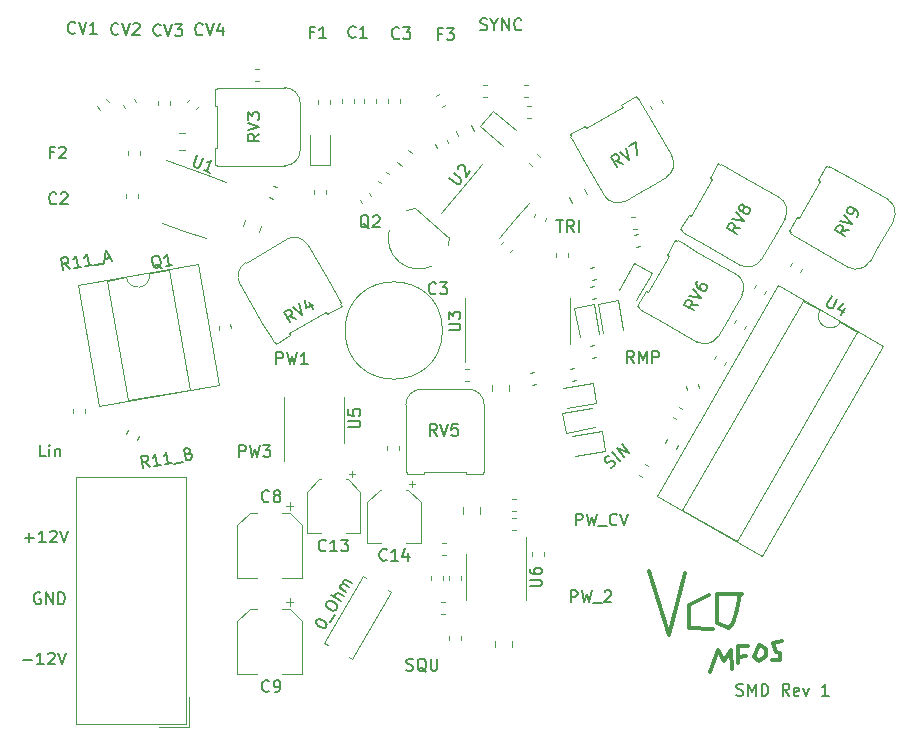
<source format=gbr>
G04 #@! TF.GenerationSoftware,KiCad,Pcbnew,(5.1.2-1)-1*
G04 #@! TF.CreationDate,2021-12-22T14:11:33-05:00*
G04 #@! TF.ProjectId,VCO - MFOS_SMD,56434f20-2d20-44d4-964f-535f534d442e,rev?*
G04 #@! TF.SameCoordinates,Original*
G04 #@! TF.FileFunction,Legend,Top*
G04 #@! TF.FilePolarity,Positive*
%FSLAX46Y46*%
G04 Gerber Fmt 4.6, Leading zero omitted, Abs format (unit mm)*
G04 Created by KiCad (PCBNEW (5.1.2-1)-1) date 2021-12-22 14:11:33*
%MOMM*%
%LPD*%
G04 APERTURE LIST*
%ADD10C,0.160000*%
%ADD11C,0.300000*%
%ADD12C,0.120000*%
%ADD13C,0.150000*%
G04 APERTURE END LIST*
D10*
X78170258Y-74288281D02*
X78313115Y-74335900D01*
X78551210Y-74335900D01*
X78646448Y-74288281D01*
X78694067Y-74240662D01*
X78741686Y-74145424D01*
X78741686Y-74050186D01*
X78694067Y-73954948D01*
X78646448Y-73907329D01*
X78551210Y-73859710D01*
X78360734Y-73812091D01*
X78265496Y-73764472D01*
X78217877Y-73716853D01*
X78170258Y-73621615D01*
X78170258Y-73526377D01*
X78217877Y-73431139D01*
X78265496Y-73383520D01*
X78360734Y-73335900D01*
X78598829Y-73335900D01*
X78741686Y-73383520D01*
X79170258Y-74335900D02*
X79170258Y-73335900D01*
X79503591Y-74050186D01*
X79836924Y-73335900D01*
X79836924Y-74335900D01*
X80313115Y-74335900D02*
X80313115Y-73335900D01*
X80551210Y-73335900D01*
X80694067Y-73383520D01*
X80789305Y-73478758D01*
X80836924Y-73573996D01*
X80884543Y-73764472D01*
X80884543Y-73907329D01*
X80836924Y-74097805D01*
X80789305Y-74193043D01*
X80694067Y-74288281D01*
X80551210Y-74335900D01*
X80313115Y-74335900D01*
X82646448Y-74335900D02*
X82313115Y-73859710D01*
X82075020Y-74335900D02*
X82075020Y-73335900D01*
X82455972Y-73335900D01*
X82551210Y-73383520D01*
X82598829Y-73431139D01*
X82646448Y-73526377D01*
X82646448Y-73669234D01*
X82598829Y-73764472D01*
X82551210Y-73812091D01*
X82455972Y-73859710D01*
X82075020Y-73859710D01*
X83455972Y-74288281D02*
X83360734Y-74335900D01*
X83170258Y-74335900D01*
X83075020Y-74288281D01*
X83027400Y-74193043D01*
X83027400Y-73812091D01*
X83075020Y-73716853D01*
X83170258Y-73669234D01*
X83360734Y-73669234D01*
X83455972Y-73716853D01*
X83503591Y-73812091D01*
X83503591Y-73907329D01*
X83027400Y-74002567D01*
X83836924Y-73669234D02*
X84075020Y-74335900D01*
X84313115Y-73669234D01*
X85979781Y-74335900D02*
X85408353Y-74335900D01*
X85694067Y-74335900D02*
X85694067Y-73335900D01*
X85598829Y-73478758D01*
X85503591Y-73573996D01*
X85408353Y-73621615D01*
D11*
X81879440Y-71282560D02*
X81145380Y-71333360D01*
X81879440Y-71038720D02*
X81879440Y-71282560D01*
X81831180Y-70744080D02*
X81879440Y-71038720D01*
X81536540Y-70645020D02*
X81831180Y-70744080D01*
X81292700Y-69860160D02*
X81536540Y-70645020D01*
X82026760Y-69664580D02*
X81292700Y-69860160D01*
X80655160Y-70401180D02*
X80164940Y-70058280D01*
X80655160Y-70939660D02*
X80655160Y-70401180D01*
X80114140Y-71381620D02*
X80655160Y-70939660D01*
X79623920Y-71086980D02*
X80114140Y-71381620D01*
X80114140Y-70007480D02*
X79623920Y-71086980D01*
X78348840Y-71038720D02*
X78938120Y-70987920D01*
X78300580Y-70154800D02*
X78300580Y-71577200D01*
X79133700Y-70154800D02*
X78300580Y-70154800D01*
X77711300Y-70449440D02*
X77762100Y-72067420D01*
X77124560Y-71381620D02*
X77711300Y-70449440D01*
X76631800Y-70497700D02*
X77124560Y-71381620D01*
X75946000Y-72362060D02*
X76631800Y-70497700D01*
X78221840Y-67119500D02*
X78470760Y-65712340D01*
X77891640Y-68196460D02*
X78221840Y-67119500D01*
X77561440Y-68610480D02*
X77891640Y-68196460D01*
X76565760Y-68196460D02*
X77561440Y-68610480D01*
X76565760Y-65712340D02*
X76565760Y-68196460D01*
X78635860Y-65712340D02*
X76565760Y-65712340D01*
X74165460Y-68610480D02*
X76151740Y-68694300D01*
X74165460Y-66624200D02*
X74165460Y-68610480D01*
X75821540Y-65796160D02*
X74165460Y-66624200D01*
X72425560Y-69189600D02*
X73832720Y-63972440D01*
X70769480Y-63807340D02*
X72425560Y-69189600D01*
D10*
X50228666Y-72164841D02*
X50371523Y-72212460D01*
X50609619Y-72212460D01*
X50704857Y-72164841D01*
X50752476Y-72117222D01*
X50800095Y-72021984D01*
X50800095Y-71926746D01*
X50752476Y-71831508D01*
X50704857Y-71783889D01*
X50609619Y-71736270D01*
X50419142Y-71688651D01*
X50323904Y-71641032D01*
X50276285Y-71593413D01*
X50228666Y-71498175D01*
X50228666Y-71402937D01*
X50276285Y-71307699D01*
X50323904Y-71260080D01*
X50419142Y-71212460D01*
X50657238Y-71212460D01*
X50800095Y-71260080D01*
X51895333Y-72307699D02*
X51800095Y-72260080D01*
X51704857Y-72164841D01*
X51562000Y-72021984D01*
X51466761Y-71974365D01*
X51371523Y-71974365D01*
X51419142Y-72212460D02*
X51323904Y-72164841D01*
X51228666Y-72069603D01*
X51181047Y-71879127D01*
X51181047Y-71545794D01*
X51228666Y-71355318D01*
X51323904Y-71260080D01*
X51419142Y-71212460D01*
X51609619Y-71212460D01*
X51704857Y-71260080D01*
X51800095Y-71355318D01*
X51847714Y-71545794D01*
X51847714Y-71879127D01*
X51800095Y-72069603D01*
X51704857Y-72164841D01*
X51609619Y-72212460D01*
X51419142Y-72212460D01*
X52276285Y-71212460D02*
X52276285Y-72021984D01*
X52323904Y-72117222D01*
X52371523Y-72164841D01*
X52466761Y-72212460D01*
X52657238Y-72212460D01*
X52752476Y-72164841D01*
X52800095Y-72117222D01*
X52847714Y-72021984D01*
X52847714Y-71212460D01*
X64151403Y-66421260D02*
X64151403Y-65421260D01*
X64532356Y-65421260D01*
X64627594Y-65468880D01*
X64675213Y-65516499D01*
X64722832Y-65611737D01*
X64722832Y-65754594D01*
X64675213Y-65849832D01*
X64627594Y-65897451D01*
X64532356Y-65945070D01*
X64151403Y-65945070D01*
X65056165Y-65421260D02*
X65294260Y-66421260D01*
X65484737Y-65706975D01*
X65675213Y-66421260D01*
X65913308Y-65421260D01*
X66056165Y-66516499D02*
X66818070Y-66516499D01*
X67008546Y-65516499D02*
X67056165Y-65468880D01*
X67151403Y-65421260D01*
X67389499Y-65421260D01*
X67484737Y-65468880D01*
X67532356Y-65516499D01*
X67579975Y-65611737D01*
X67579975Y-65706975D01*
X67532356Y-65849832D01*
X66960927Y-66421260D01*
X67579975Y-66421260D01*
X64585482Y-59913780D02*
X64585482Y-58913780D01*
X64966435Y-58913780D01*
X65061673Y-58961400D01*
X65109292Y-59009019D01*
X65156911Y-59104257D01*
X65156911Y-59247114D01*
X65109292Y-59342352D01*
X65061673Y-59389971D01*
X64966435Y-59437590D01*
X64585482Y-59437590D01*
X65490244Y-58913780D02*
X65728340Y-59913780D01*
X65918816Y-59199495D01*
X66109292Y-59913780D01*
X66347387Y-58913780D01*
X66490244Y-60009019D02*
X67252149Y-60009019D01*
X68061673Y-59818542D02*
X68014054Y-59866161D01*
X67871197Y-59913780D01*
X67775959Y-59913780D01*
X67633101Y-59866161D01*
X67537863Y-59770923D01*
X67490244Y-59675685D01*
X67442625Y-59485209D01*
X67442625Y-59342352D01*
X67490244Y-59151876D01*
X67537863Y-59056638D01*
X67633101Y-58961400D01*
X67775959Y-58913780D01*
X67871197Y-58913780D01*
X68014054Y-58961400D01*
X68061673Y-59009019D01*
X68347387Y-58913780D02*
X68680720Y-59913780D01*
X69014054Y-58913780D01*
X67516953Y-55065142D02*
X67656997Y-55009793D01*
X67839388Y-54856748D01*
X67881736Y-54759052D01*
X67887605Y-54691965D01*
X67862866Y-54588400D01*
X67801648Y-54515443D01*
X67703952Y-54473095D01*
X67636864Y-54467226D01*
X67533299Y-54491965D01*
X67356777Y-54577923D01*
X67253211Y-54602662D01*
X67186124Y-54596793D01*
X67088428Y-54554445D01*
X67027210Y-54481489D01*
X67002470Y-54377923D01*
X67008340Y-54310836D01*
X67050687Y-54213140D01*
X67233079Y-54060095D01*
X67373123Y-54004747D01*
X68313606Y-54458832D02*
X67670818Y-53692788D01*
X68678389Y-54152743D02*
X68035602Y-53386699D01*
X69116129Y-53785436D01*
X68473341Y-53019391D01*
X69481795Y-46172380D02*
X69148461Y-45696190D01*
X68910366Y-46172380D02*
X68910366Y-45172380D01*
X69291319Y-45172380D01*
X69386557Y-45220000D01*
X69434176Y-45267619D01*
X69481795Y-45362857D01*
X69481795Y-45505714D01*
X69434176Y-45600952D01*
X69386557Y-45648571D01*
X69291319Y-45696190D01*
X68910366Y-45696190D01*
X69910366Y-46172380D02*
X69910366Y-45172380D01*
X70243700Y-45886666D01*
X70577033Y-45172380D01*
X70577033Y-46172380D01*
X71053223Y-46172380D02*
X71053223Y-45172380D01*
X71434176Y-45172380D01*
X71529414Y-45220000D01*
X71577033Y-45267619D01*
X71624652Y-45362857D01*
X71624652Y-45505714D01*
X71577033Y-45600952D01*
X71529414Y-45648571D01*
X71434176Y-45696190D01*
X71053223Y-45696190D01*
X62933390Y-34082740D02*
X63504819Y-34082740D01*
X63219104Y-35082740D02*
X63219104Y-34082740D01*
X64409580Y-35082740D02*
X64076247Y-34606550D01*
X63838152Y-35082740D02*
X63838152Y-34082740D01*
X64219104Y-34082740D01*
X64314342Y-34130360D01*
X64361961Y-34177979D01*
X64409580Y-34273217D01*
X64409580Y-34416074D01*
X64361961Y-34511312D01*
X64314342Y-34558931D01*
X64219104Y-34606550D01*
X63838152Y-34606550D01*
X64838152Y-35082740D02*
X64838152Y-34082740D01*
X56486324Y-17946001D02*
X56629181Y-17993620D01*
X56867277Y-17993620D01*
X56962515Y-17946001D01*
X57010134Y-17898382D01*
X57057753Y-17803144D01*
X57057753Y-17707906D01*
X57010134Y-17612668D01*
X56962515Y-17565049D01*
X56867277Y-17517430D01*
X56676800Y-17469811D01*
X56581562Y-17422192D01*
X56533943Y-17374573D01*
X56486324Y-17279335D01*
X56486324Y-17184097D01*
X56533943Y-17088859D01*
X56581562Y-17041240D01*
X56676800Y-16993620D01*
X56914896Y-16993620D01*
X57057753Y-17041240D01*
X57676800Y-17517430D02*
X57676800Y-17993620D01*
X57343467Y-16993620D02*
X57676800Y-17517430D01*
X58010134Y-16993620D01*
X58343467Y-17993620D02*
X58343467Y-16993620D01*
X58914896Y-17993620D01*
X58914896Y-16993620D01*
X59962515Y-17898382D02*
X59914896Y-17946001D01*
X59772039Y-17993620D01*
X59676800Y-17993620D01*
X59533943Y-17946001D01*
X59438705Y-17850763D01*
X59391086Y-17755525D01*
X59343467Y-17565049D01*
X59343467Y-17422192D01*
X59391086Y-17231716D01*
X59438705Y-17136478D01*
X59533943Y-17041240D01*
X59676800Y-16993620D01*
X59772039Y-16993620D01*
X59914896Y-17041240D01*
X59962515Y-17088859D01*
X53202246Y-18295311D02*
X52868913Y-18295311D01*
X52868913Y-18819120D02*
X52868913Y-17819120D01*
X53345103Y-17819120D01*
X53630818Y-17819120D02*
X54249865Y-17819120D01*
X53916532Y-18200073D01*
X54059389Y-18200073D01*
X54154627Y-18247692D01*
X54202246Y-18295311D01*
X54249865Y-18390549D01*
X54249865Y-18628644D01*
X54202246Y-18723882D01*
X54154627Y-18771501D01*
X54059389Y-18819120D01*
X53773675Y-18819120D01*
X53678437Y-18771501D01*
X53630818Y-18723882D01*
X49617333Y-18647682D02*
X49569714Y-18695301D01*
X49426857Y-18742920D01*
X49331619Y-18742920D01*
X49188761Y-18695301D01*
X49093523Y-18600063D01*
X49045904Y-18504825D01*
X48998285Y-18314349D01*
X48998285Y-18171492D01*
X49045904Y-17981016D01*
X49093523Y-17885778D01*
X49188761Y-17790540D01*
X49331619Y-17742920D01*
X49426857Y-17742920D01*
X49569714Y-17790540D01*
X49617333Y-17838159D01*
X49950666Y-17742920D02*
X50569714Y-17742920D01*
X50236380Y-18123873D01*
X50379238Y-18123873D01*
X50474476Y-18171492D01*
X50522095Y-18219111D01*
X50569714Y-18314349D01*
X50569714Y-18552444D01*
X50522095Y-18647682D01*
X50474476Y-18695301D01*
X50379238Y-18742920D01*
X50093523Y-18742920D01*
X49998285Y-18695301D01*
X49950666Y-18647682D01*
X45926713Y-18551162D02*
X45879094Y-18598781D01*
X45736237Y-18646400D01*
X45640999Y-18646400D01*
X45498141Y-18598781D01*
X45402903Y-18503543D01*
X45355284Y-18408305D01*
X45307665Y-18217829D01*
X45307665Y-18074972D01*
X45355284Y-17884496D01*
X45402903Y-17789258D01*
X45498141Y-17694020D01*
X45640999Y-17646400D01*
X45736237Y-17646400D01*
X45879094Y-17694020D01*
X45926713Y-17741639D01*
X46879094Y-18646400D02*
X46307665Y-18646400D01*
X46593380Y-18646400D02*
X46593380Y-17646400D01*
X46498141Y-17789258D01*
X46402903Y-17884496D01*
X46307665Y-17932115D01*
X42369146Y-18168311D02*
X42035813Y-18168311D01*
X42035813Y-18692120D02*
X42035813Y-17692120D01*
X42512003Y-17692120D01*
X43416765Y-18692120D02*
X42845337Y-18692120D01*
X43131051Y-18692120D02*
X43131051Y-17692120D01*
X43035813Y-17834978D01*
X42940575Y-17930216D01*
X42845337Y-17977835D01*
X17745295Y-71310808D02*
X18507200Y-71310808D01*
X19507200Y-71691760D02*
X18935771Y-71691760D01*
X19221485Y-71691760D02*
X19221485Y-70691760D01*
X19126247Y-70834618D01*
X19031009Y-70929856D01*
X18935771Y-70977475D01*
X19888152Y-70786999D02*
X19935771Y-70739380D01*
X20031009Y-70691760D01*
X20269104Y-70691760D01*
X20364342Y-70739380D01*
X20411961Y-70786999D01*
X20459580Y-70882237D01*
X20459580Y-70977475D01*
X20411961Y-71120332D01*
X19840533Y-71691760D01*
X20459580Y-71691760D01*
X20745295Y-70691760D02*
X21078628Y-71691760D01*
X21411961Y-70691760D01*
X19227895Y-65631440D02*
X19132657Y-65583820D01*
X18989800Y-65583820D01*
X18846942Y-65631440D01*
X18751704Y-65726678D01*
X18704085Y-65821916D01*
X18656466Y-66012392D01*
X18656466Y-66155249D01*
X18704085Y-66345725D01*
X18751704Y-66440963D01*
X18846942Y-66536201D01*
X18989800Y-66583820D01*
X19085038Y-66583820D01*
X19227895Y-66536201D01*
X19275514Y-66488582D01*
X19275514Y-66155249D01*
X19085038Y-66155249D01*
X19704085Y-66583820D02*
X19704085Y-65583820D01*
X20275514Y-66583820D01*
X20275514Y-65583820D01*
X20751704Y-66583820D02*
X20751704Y-65583820D01*
X20989800Y-65583820D01*
X21132657Y-65631440D01*
X21227895Y-65726678D01*
X21275514Y-65821916D01*
X21323133Y-66012392D01*
X21323133Y-66155249D01*
X21275514Y-66345725D01*
X21227895Y-66440963D01*
X21132657Y-66536201D01*
X20989800Y-66583820D01*
X20751704Y-66583820D01*
X17925635Y-60975548D02*
X18687540Y-60975548D01*
X18306587Y-61356500D02*
X18306587Y-60594596D01*
X19687540Y-61356500D02*
X19116111Y-61356500D01*
X19401825Y-61356500D02*
X19401825Y-60356500D01*
X19306587Y-60499358D01*
X19211349Y-60594596D01*
X19116111Y-60642215D01*
X20068492Y-60451739D02*
X20116111Y-60404120D01*
X20211349Y-60356500D01*
X20449444Y-60356500D01*
X20544682Y-60404120D01*
X20592301Y-60451739D01*
X20639920Y-60546977D01*
X20639920Y-60642215D01*
X20592301Y-60785072D01*
X20020873Y-61356500D01*
X20639920Y-61356500D01*
X20925635Y-60356500D02*
X21258968Y-61356500D01*
X21592301Y-60356500D01*
X39213636Y-46263820D02*
X39213636Y-45263820D01*
X39594588Y-45263820D01*
X39689826Y-45311440D01*
X39737445Y-45359059D01*
X39785064Y-45454297D01*
X39785064Y-45597154D01*
X39737445Y-45692392D01*
X39689826Y-45740011D01*
X39594588Y-45787630D01*
X39213636Y-45787630D01*
X40118398Y-45263820D02*
X40356493Y-46263820D01*
X40546969Y-45549535D01*
X40737445Y-46263820D01*
X40975540Y-45263820D01*
X41880302Y-46263820D02*
X41308874Y-46263820D01*
X41594588Y-46263820D02*
X41594588Y-45263820D01*
X41499350Y-45406678D01*
X41404112Y-45501916D01*
X41308874Y-45549535D01*
X36046256Y-54122580D02*
X36046256Y-53122580D01*
X36427208Y-53122580D01*
X36522446Y-53170200D01*
X36570065Y-53217819D01*
X36617684Y-53313057D01*
X36617684Y-53455914D01*
X36570065Y-53551152D01*
X36522446Y-53598771D01*
X36427208Y-53646390D01*
X36046256Y-53646390D01*
X36951018Y-53122580D02*
X37189113Y-54122580D01*
X37379589Y-53408295D01*
X37570065Y-54122580D01*
X37808160Y-53122580D01*
X38093875Y-53122580D02*
X38712922Y-53122580D01*
X38379589Y-53503533D01*
X38522446Y-53503533D01*
X38617684Y-53551152D01*
X38665303Y-53598771D01*
X38712922Y-53694009D01*
X38712922Y-53932104D01*
X38665303Y-54027342D01*
X38617684Y-54074961D01*
X38522446Y-54122580D01*
X38236732Y-54122580D01*
X38141494Y-54074961D01*
X38093875Y-54027342D01*
X28483855Y-54959435D02*
X28072896Y-54548361D01*
X27921108Y-55058662D02*
X27747460Y-54073854D01*
X28122625Y-54007703D01*
X28224685Y-54038060D01*
X28279849Y-54076687D01*
X28343283Y-54162209D01*
X28368090Y-54302896D01*
X28337732Y-54404956D01*
X28299105Y-54460121D01*
X28213583Y-54523554D01*
X27838418Y-54589706D01*
X29421767Y-54794055D02*
X28859020Y-54893283D01*
X29140394Y-54843669D02*
X28966746Y-53858861D01*
X28897761Y-54016086D01*
X28820508Y-54126415D01*
X28734986Y-54189849D01*
X30359679Y-54628676D02*
X29796932Y-54727904D01*
X30078306Y-54678290D02*
X29904658Y-53693482D01*
X29835673Y-53850707D01*
X29758420Y-53961036D01*
X29672898Y-54024470D01*
X30563800Y-54689391D02*
X31314130Y-54557088D01*
X31769380Y-53848218D02*
X31918336Y-53870306D01*
X31973501Y-53908933D01*
X32036934Y-53994455D01*
X32061741Y-54135142D01*
X32031383Y-54237202D01*
X31992757Y-54292367D01*
X31907235Y-54355800D01*
X31532070Y-54421952D01*
X31358421Y-53437144D01*
X31686691Y-53379262D01*
X31788751Y-53409619D01*
X31843915Y-53448246D01*
X31907349Y-53533768D01*
X31923887Y-53627559D01*
X31893529Y-53729620D01*
X31854903Y-53784784D01*
X31769380Y-53848218D01*
X31441111Y-53906100D01*
X21731759Y-38172871D02*
X21320800Y-37761798D01*
X21169011Y-38272099D02*
X20995363Y-37287291D01*
X21370528Y-37221139D01*
X21472588Y-37251497D01*
X21527753Y-37290123D01*
X21591186Y-37375646D01*
X21615993Y-37516333D01*
X21585635Y-37618393D01*
X21547009Y-37673557D01*
X21461487Y-37736991D01*
X21086322Y-37803143D01*
X22669671Y-38007492D02*
X22106923Y-38106719D01*
X22388297Y-38057106D02*
X22214649Y-37072298D01*
X22145665Y-37229523D01*
X22068411Y-37339852D01*
X21982889Y-37403285D01*
X23607583Y-37842113D02*
X23044836Y-37941340D01*
X23326209Y-37891726D02*
X23152561Y-36906919D01*
X23083577Y-37064143D01*
X23006323Y-37174473D01*
X22920801Y-37237906D01*
X23811703Y-37902828D02*
X24562033Y-37770525D01*
X24683464Y-37362284D02*
X25152420Y-37279594D01*
X24639286Y-37660196D02*
X24793907Y-36617505D01*
X25295825Y-37544430D01*
X19674887Y-54076860D02*
X19198697Y-54076860D01*
X19198697Y-53076860D01*
X20008220Y-54076860D02*
X20008220Y-53410194D01*
X20008220Y-53076860D02*
X19960601Y-53124480D01*
X20008220Y-53172099D01*
X20055840Y-53124480D01*
X20008220Y-53076860D01*
X20008220Y-53172099D01*
X20484411Y-53410194D02*
X20484411Y-54076860D01*
X20484411Y-53505432D02*
X20532030Y-53457813D01*
X20627268Y-53410194D01*
X20770125Y-53410194D01*
X20865363Y-53457813D01*
X20912982Y-53553051D01*
X20912982Y-54076860D01*
X20595293Y-32630382D02*
X20547674Y-32678001D01*
X20404817Y-32725620D01*
X20309579Y-32725620D01*
X20166721Y-32678001D01*
X20071483Y-32582763D01*
X20023864Y-32487525D01*
X19976245Y-32297049D01*
X19976245Y-32154192D01*
X20023864Y-31963716D01*
X20071483Y-31868478D01*
X20166721Y-31773240D01*
X20309579Y-31725620D01*
X20404817Y-31725620D01*
X20547674Y-31773240D01*
X20595293Y-31820859D01*
X20976245Y-31820859D02*
X21023864Y-31773240D01*
X21119102Y-31725620D01*
X21357198Y-31725620D01*
X21452436Y-31773240D01*
X21500055Y-31820859D01*
X21547674Y-31916097D01*
X21547674Y-32011335D01*
X21500055Y-32154192D01*
X20928626Y-32725620D01*
X21547674Y-32725620D01*
X20354966Y-28320691D02*
X20021633Y-28320691D01*
X20021633Y-28844500D02*
X20021633Y-27844500D01*
X20497823Y-27844500D01*
X20831157Y-27939739D02*
X20878776Y-27892120D01*
X20974014Y-27844500D01*
X21212109Y-27844500D01*
X21307347Y-27892120D01*
X21354966Y-27939739D01*
X21402585Y-28034977D01*
X21402585Y-28130215D01*
X21354966Y-28273072D01*
X20783538Y-28844500D01*
X21402585Y-28844500D01*
X32965781Y-18327642D02*
X32918162Y-18375261D01*
X32775305Y-18422880D01*
X32680067Y-18422880D01*
X32537210Y-18375261D01*
X32441972Y-18280023D01*
X32394353Y-18184785D01*
X32346734Y-17994309D01*
X32346734Y-17851452D01*
X32394353Y-17660976D01*
X32441972Y-17565738D01*
X32537210Y-17470500D01*
X32680067Y-17422880D01*
X32775305Y-17422880D01*
X32918162Y-17470500D01*
X32965781Y-17518119D01*
X33251496Y-17422880D02*
X33584829Y-18422880D01*
X33918162Y-17422880D01*
X34680067Y-17756214D02*
X34680067Y-18422880D01*
X34441972Y-17375261D02*
X34203877Y-18089547D01*
X34822924Y-18089547D01*
X29427561Y-18380982D02*
X29379942Y-18428601D01*
X29237085Y-18476220D01*
X29141847Y-18476220D01*
X28998990Y-18428601D01*
X28903752Y-18333363D01*
X28856133Y-18238125D01*
X28808514Y-18047649D01*
X28808514Y-17904792D01*
X28856133Y-17714316D01*
X28903752Y-17619078D01*
X28998990Y-17523840D01*
X29141847Y-17476220D01*
X29237085Y-17476220D01*
X29379942Y-17523840D01*
X29427561Y-17571459D01*
X29713276Y-17476220D02*
X30046609Y-18476220D01*
X30379942Y-17476220D01*
X30618038Y-17476220D02*
X31237085Y-17476220D01*
X30903752Y-17857173D01*
X31046609Y-17857173D01*
X31141847Y-17904792D01*
X31189466Y-17952411D01*
X31237085Y-18047649D01*
X31237085Y-18285744D01*
X31189466Y-18380982D01*
X31141847Y-18428601D01*
X31046609Y-18476220D01*
X30760895Y-18476220D01*
X30665657Y-18428601D01*
X30618038Y-18380982D01*
X25833461Y-18299702D02*
X25785842Y-18347321D01*
X25642985Y-18394940D01*
X25547747Y-18394940D01*
X25404890Y-18347321D01*
X25309652Y-18252083D01*
X25262033Y-18156845D01*
X25214414Y-17966369D01*
X25214414Y-17823512D01*
X25262033Y-17633036D01*
X25309652Y-17537798D01*
X25404890Y-17442560D01*
X25547747Y-17394940D01*
X25642985Y-17394940D01*
X25785842Y-17442560D01*
X25833461Y-17490179D01*
X26119176Y-17394940D02*
X26452509Y-18394940D01*
X26785842Y-17394940D01*
X27071557Y-17490179D02*
X27119176Y-17442560D01*
X27214414Y-17394940D01*
X27452509Y-17394940D01*
X27547747Y-17442560D01*
X27595366Y-17490179D01*
X27642985Y-17585417D01*
X27642985Y-17680655D01*
X27595366Y-17823512D01*
X27023938Y-18394940D01*
X27642985Y-18394940D01*
X22186021Y-18190482D02*
X22138402Y-18238101D01*
X21995545Y-18285720D01*
X21900307Y-18285720D01*
X21757450Y-18238101D01*
X21662212Y-18142863D01*
X21614593Y-18047625D01*
X21566974Y-17857149D01*
X21566974Y-17714292D01*
X21614593Y-17523816D01*
X21662212Y-17428578D01*
X21757450Y-17333340D01*
X21900307Y-17285720D01*
X21995545Y-17285720D01*
X22138402Y-17333340D01*
X22186021Y-17380959D01*
X22471736Y-17285720D02*
X22805069Y-18285720D01*
X23138402Y-17285720D01*
X23995545Y-18285720D02*
X23424117Y-18285720D01*
X23709831Y-18285720D02*
X23709831Y-17285720D01*
X23614593Y-17428578D01*
X23519355Y-17523816D01*
X23424117Y-17571435D01*
D12*
X48932615Y-65549080D02*
X48646826Y-65384080D01*
X45662615Y-71212886D02*
X48932615Y-65549080D01*
X45376826Y-71047886D02*
X45662615Y-71212886D01*
X46559705Y-64179080D02*
X46845494Y-64344080D01*
X43289705Y-69842886D02*
X46559705Y-64179080D01*
X43575494Y-70007886D02*
X43289705Y-69842886D01*
X31851540Y-76948600D02*
X29311540Y-76948600D01*
X31851540Y-76948600D02*
X31851540Y-74408600D01*
X31601540Y-76698600D02*
X22251540Y-76698600D01*
X31601540Y-55838600D02*
X31601540Y-76698600D01*
X22251540Y-55838600D02*
X31601540Y-55838600D01*
X22251540Y-76698600D02*
X22251540Y-55838600D01*
X61110834Y-33515211D02*
X60993680Y-33837088D01*
X62069320Y-33864072D02*
X61952166Y-34185949D01*
X34326797Y-43003521D02*
X34386277Y-43340851D01*
X35331301Y-42826399D02*
X35390781Y-43163729D01*
X32550687Y-37800979D02*
X22426864Y-39586082D01*
X34356628Y-48042980D02*
X32550687Y-37800979D01*
X24232805Y-49828083D02*
X34356628Y-48042980D01*
X22426864Y-39586082D02*
X24232805Y-49828083D01*
X30108935Y-38292451D02*
X28484002Y-38578971D01*
X31894038Y-48416275D02*
X30108935Y-38292451D01*
X26674557Y-49336611D02*
X31894038Y-48416275D01*
X24889454Y-39212787D02*
X26674557Y-49336611D01*
X26514387Y-38926267D02*
X24889454Y-39212787D01*
X28484001Y-38578971D02*
G75*
G02X26514387Y-38926267I-984807J-173648D01*
G01*
X37901900Y-36935712D02*
X38785245Y-36425712D01*
X44595117Y-40888704D02*
X43635117Y-39225936D01*
X38642028Y-43817653D02*
X38122028Y-42916987D01*
X44733514Y-41328416D02*
X43503758Y-42038416D01*
X43403758Y-41865211D02*
X40303387Y-43655211D01*
X40303387Y-43655211D02*
X40403387Y-43828416D01*
X40403387Y-43828416D02*
X39173631Y-44538416D01*
X39173631Y-44538416D02*
X39073631Y-44365211D01*
X38785245Y-36425712D02*
X40075623Y-35680712D01*
X41865117Y-36160206D02*
X43635117Y-39225936D01*
X38122028Y-42916987D02*
X36132028Y-39470206D01*
X36611522Y-37680712D02*
X37901900Y-36935712D01*
X40075623Y-35680712D02*
G75*
G02X41865117Y-36160206I655000J-1134494D01*
G01*
X36132028Y-39470206D02*
G75*
G02X36611522Y-37680712I1134494J655000D01*
G01*
X43403758Y-41865211D02*
X43503758Y-42038416D01*
X44733514Y-41328416D02*
X44633514Y-41155211D01*
X44633514Y-41155211D02*
X44720117Y-41105211D01*
X44720117Y-41105211D02*
X44595117Y-40888704D01*
X39073631Y-44365211D02*
X38987028Y-44415211D01*
X38987028Y-44415211D02*
X38642028Y-43817653D01*
X37727868Y-35039951D02*
X37906575Y-34548958D01*
X36393505Y-34554282D02*
X36572212Y-34063289D01*
X60380751Y-64311674D02*
X60380751Y-60861674D01*
X60380751Y-64311674D02*
X60380751Y-66261674D01*
X55260751Y-64311674D02*
X55260751Y-62361674D01*
X55260751Y-64311674D02*
X55260751Y-66261674D01*
X39845300Y-51003200D02*
X39845300Y-54453200D01*
X39845300Y-51003200D02*
X39845300Y-49053200D01*
X44965300Y-51003200D02*
X44965300Y-52953200D01*
X44965300Y-51003200D02*
X44965300Y-49053200D01*
X55405675Y-30795241D02*
X53188058Y-33438094D01*
X55405675Y-30795241D02*
X56659111Y-29301454D01*
X59327823Y-34086313D02*
X58074387Y-35580100D01*
X59327823Y-34086313D02*
X60581259Y-32592527D01*
X33138652Y-30141947D02*
X29896712Y-28961977D01*
X33138652Y-30141947D02*
X34971052Y-30808886D01*
X31387508Y-34953173D02*
X29555108Y-34286234D01*
X31387508Y-34953173D02*
X33219909Y-35620112D01*
X57748295Y-69714622D02*
X57748295Y-70237126D01*
X59168295Y-69714622D02*
X59168295Y-70237126D01*
X56468277Y-58921425D02*
X56468277Y-58398921D01*
X55048277Y-58921425D02*
X55048277Y-58398921D01*
X53820793Y-64198828D02*
X53820793Y-64541362D01*
X54840793Y-64198828D02*
X54840793Y-64541362D01*
X66120707Y-38054409D02*
X65783377Y-38113889D01*
X66297829Y-39058913D02*
X65960499Y-39118393D01*
X65500095Y-31874598D02*
X65238843Y-31422096D01*
X64270339Y-32584598D02*
X64009087Y-32132096D01*
X57461812Y-48041325D02*
X57461812Y-48563829D01*
X58881812Y-48041325D02*
X58881812Y-48563829D01*
X55912324Y-26498754D02*
X55733617Y-26007761D01*
X54577961Y-26984423D02*
X54399254Y-26493430D01*
X49418559Y-29181778D02*
X49818820Y-29517637D01*
X50331318Y-28093995D02*
X50731579Y-28429854D01*
X60143573Y-23667180D02*
X60486107Y-23667180D01*
X60143573Y-22647180D02*
X60486107Y-22647180D01*
X31462612Y-26719460D02*
X30940108Y-26719460D01*
X31462612Y-28139460D02*
X30940108Y-28139460D01*
X53795398Y-69281364D02*
X53795398Y-69623898D01*
X54815398Y-69281364D02*
X54815398Y-69623898D01*
X53496222Y-66428030D02*
X53153688Y-66428030D01*
X53496222Y-67448030D02*
X53153688Y-67448030D01*
X60881993Y-62174444D02*
X60881993Y-62516978D01*
X61901993Y-62174444D02*
X61901993Y-62516978D01*
X53316795Y-64533740D02*
X53316795Y-64191206D01*
X52296795Y-64533740D02*
X52296795Y-64191206D01*
X59145551Y-60300474D02*
X59488085Y-60300474D01*
X59145551Y-59280474D02*
X59488085Y-59280474D01*
X59477923Y-57703133D02*
X59135389Y-57703133D01*
X59477923Y-58723133D02*
X59135389Y-58723133D01*
X53207029Y-62390896D02*
X53549563Y-62390896D01*
X53207029Y-61370896D02*
X53549563Y-61370896D01*
X72312195Y-52641807D02*
X72140928Y-52938451D01*
X73195540Y-53151807D02*
X73024273Y-53448451D01*
X69895019Y-55611099D02*
X70191663Y-55782366D01*
X70405019Y-54727754D02*
X70701663Y-54899021D01*
X73927661Y-48145155D02*
X73987141Y-48482485D01*
X74932165Y-47968033D02*
X74991645Y-48305363D01*
X62902787Y-36860092D02*
X62902787Y-37202626D01*
X63922787Y-36860092D02*
X63922787Y-37202626D01*
X72770591Y-50777783D02*
X73067235Y-50949050D01*
X73280591Y-49894438D02*
X73577235Y-50065705D01*
X69608298Y-33779757D02*
X69270968Y-33839237D01*
X69785420Y-34784261D02*
X69448090Y-34843741D01*
X82837833Y-37692549D02*
X82666566Y-37989193D01*
X83721178Y-38202549D02*
X83549911Y-38499193D01*
X65964005Y-40726898D02*
X66301335Y-40667418D01*
X65786883Y-39722394D02*
X66124213Y-39662914D01*
X69866598Y-35288105D02*
X69529268Y-35347585D01*
X70043720Y-36292609D02*
X69706390Y-36352089D01*
X70888612Y-24384790D02*
X71059879Y-24681434D01*
X71771957Y-23874790D02*
X71943224Y-24171434D01*
X79830621Y-39543314D02*
X79659354Y-39839958D01*
X80713966Y-40053314D02*
X80542699Y-40349958D01*
X66112237Y-44663144D02*
X65774907Y-44722624D01*
X66289359Y-45667648D02*
X65952029Y-45727128D01*
X76409462Y-45560369D02*
X76238195Y-45857013D01*
X77292807Y-46070369D02*
X77121540Y-46367013D01*
X78099202Y-42491419D02*
X77927935Y-42788063D01*
X78982547Y-43001419D02*
X78811280Y-43298063D01*
X64446232Y-46601554D02*
X64108902Y-46661034D01*
X64623354Y-47606058D02*
X64286024Y-47665538D01*
X60873101Y-48015993D02*
X61210431Y-47956513D01*
X60695979Y-47011489D02*
X61033309Y-46952009D01*
X55214128Y-47716993D02*
X55556662Y-47716993D01*
X55214128Y-46696993D02*
X55556662Y-46696993D01*
X49640315Y-53500812D02*
X49640315Y-53158278D01*
X48620315Y-53500812D02*
X48620315Y-53158278D01*
X59018094Y-36737840D02*
X59238271Y-36475444D01*
X58236729Y-36082196D02*
X58456906Y-35819800D01*
X60634414Y-29260066D02*
X60896810Y-29480243D01*
X61290058Y-28478701D02*
X61552454Y-28698878D01*
X53005244Y-23420427D02*
X52708600Y-23591694D01*
X53515244Y-24303772D02*
X53218600Y-24475039D01*
X52680208Y-27609512D02*
X52797362Y-27931389D01*
X53638694Y-27260651D02*
X53755848Y-27582528D01*
X60816307Y-24374380D02*
X60473773Y-24374380D01*
X60816307Y-25394380D02*
X60473773Y-25394380D01*
X57054567Y-22626860D02*
X56712033Y-22626860D01*
X57054567Y-23646860D02*
X56712033Y-23646860D01*
X47853609Y-30744232D02*
X48116005Y-30964409D01*
X48509253Y-29962867D02*
X48771649Y-30183044D01*
X46258264Y-32397170D02*
X46478441Y-32659566D01*
X47039629Y-31741526D02*
X47259806Y-32003922D01*
X38574891Y-32137646D02*
X38896768Y-32254800D01*
X38923752Y-31179160D02*
X39245629Y-31296314D01*
X43395360Y-31839987D02*
X43395360Y-31497453D01*
X42375360Y-31839987D02*
X42375360Y-31497453D01*
X22004560Y-50041993D02*
X22004560Y-50384527D01*
X23024560Y-50041993D02*
X23024560Y-50384527D01*
X26679721Y-51872418D02*
X26508454Y-52169062D01*
X27563066Y-52382418D02*
X27391799Y-52679062D01*
X37387713Y-22287960D02*
X37730247Y-22287960D01*
X37387713Y-21267960D02*
X37730247Y-21267960D01*
X47675260Y-24174267D02*
X47675260Y-23831733D01*
X46655260Y-24174267D02*
X46655260Y-23831733D01*
X49666620Y-24141247D02*
X49666620Y-23798713D01*
X48646620Y-24141247D02*
X48646620Y-23798713D01*
X32449694Y-24695700D02*
X32669871Y-24433304D01*
X31668329Y-24040056D02*
X31888506Y-23777660D01*
X30228000Y-24359687D02*
X30228000Y-24017153D01*
X29208000Y-24359687D02*
X29208000Y-24017153D01*
X27301446Y-24099522D02*
X27130179Y-23802878D01*
X26418101Y-24609522D02*
X26246834Y-24312878D01*
X25049871Y-24057836D02*
X24829694Y-23795440D01*
X24268506Y-24713480D02*
X24048329Y-24451084D01*
X26520680Y-31820033D02*
X26520680Y-32162567D01*
X27540680Y-31820033D02*
X27540680Y-32162567D01*
X27713400Y-28558307D02*
X27713400Y-28215773D01*
X26693400Y-28558307D02*
X26693400Y-28215773D01*
X44783279Y-23836813D02*
X44783279Y-24179347D01*
X45803279Y-23836813D02*
X45803279Y-24179347D01*
X42779219Y-23877452D02*
X42779219Y-24219986D01*
X43799219Y-23877452D02*
X43799219Y-24219986D01*
X90586728Y-44730303D02*
X81683987Y-39590303D01*
X80306728Y-62535785D02*
X90586728Y-44730303D01*
X71403987Y-57395785D02*
X80306728Y-62535785D01*
X81683987Y-39590303D02*
X71403987Y-57395785D01*
X88400325Y-43537264D02*
X86971383Y-42712264D01*
X78180325Y-61238823D02*
X88400325Y-43537264D01*
X73590390Y-58588823D02*
X78180325Y-61238823D01*
X83810390Y-40887264D02*
X73590390Y-58588823D01*
X85239332Y-41712264D02*
X83810390Y-40887264D01*
X86971384Y-42712264D02*
G75*
G02X85239332Y-41712264I-866026J500000D01*
G01*
X55191782Y-42635311D02*
X55191782Y-46085311D01*
X55191782Y-42635311D02*
X55191782Y-40685311D01*
X64061782Y-42635311D02*
X64061782Y-44585311D01*
X64061782Y-42635311D02*
X64061782Y-40685311D01*
X90696528Y-35400090D02*
X90186528Y-36283435D01*
X82923536Y-35323307D02*
X84586304Y-36283307D01*
X86614587Y-29810218D02*
X87515253Y-30330218D01*
X82583824Y-35011704D02*
X83293824Y-33781948D01*
X83467029Y-33881948D02*
X85257029Y-30781577D01*
X85257029Y-30781577D02*
X85083824Y-30681577D01*
X85083824Y-30681577D02*
X85793824Y-29451821D01*
X85793824Y-29451821D02*
X85967029Y-29551821D01*
X90186528Y-36283435D02*
X89441528Y-37573813D01*
X87652034Y-38053307D02*
X84586304Y-36283307D01*
X87515253Y-30330218D02*
X90962034Y-32320218D01*
X91441528Y-34109712D02*
X90696528Y-35400090D01*
X89441528Y-37573813D02*
G75*
G02X87652034Y-38053307I-1134494J655000D01*
G01*
X90962034Y-32320218D02*
G75*
G02X91441528Y-34109712I-655000J-1134494D01*
G01*
X83467029Y-33881948D02*
X83293824Y-33781948D01*
X82583824Y-35011704D02*
X82757029Y-35111704D01*
X82757029Y-35111704D02*
X82707029Y-35198307D01*
X82707029Y-35198307D02*
X82923536Y-35323307D01*
X85967029Y-29551821D02*
X86017029Y-29465218D01*
X86017029Y-29465218D02*
X86614587Y-29810218D01*
X81522713Y-35221563D02*
X81012713Y-36104908D01*
X73749721Y-35144780D02*
X75412489Y-36104780D01*
X77440772Y-29631691D02*
X78341438Y-30151691D01*
X73410009Y-34833177D02*
X74120009Y-33603421D01*
X74293214Y-33703421D02*
X76083214Y-30603050D01*
X76083214Y-30603050D02*
X75910009Y-30503050D01*
X75910009Y-30503050D02*
X76620009Y-29273294D01*
X76620009Y-29273294D02*
X76793214Y-29373294D01*
X81012713Y-36104908D02*
X80267713Y-37395286D01*
X78478219Y-37874780D02*
X75412489Y-36104780D01*
X78341438Y-30151691D02*
X81788219Y-32141691D01*
X82267713Y-33931185D02*
X81522713Y-35221563D01*
X80267713Y-37395286D02*
G75*
G02X78478219Y-37874780I-1134494J655000D01*
G01*
X81788219Y-32141691D02*
G75*
G02X82267713Y-33931185I-655000J-1134494D01*
G01*
X74293214Y-33703421D02*
X74120009Y-33603421D01*
X73410009Y-34833177D02*
X73583214Y-34933177D01*
X73583214Y-34933177D02*
X73533214Y-35019780D01*
X73533214Y-35019780D02*
X73749721Y-35144780D01*
X76793214Y-29373294D02*
X76843214Y-29286691D01*
X76843214Y-29286691D02*
X77440772Y-29631691D01*
X70927425Y-31183898D02*
X70044080Y-31693898D01*
X64234208Y-27230906D02*
X65194208Y-28893674D01*
X70187297Y-24301957D02*
X70707297Y-25202623D01*
X64095811Y-26791194D02*
X65325567Y-26081194D01*
X65425567Y-26254399D02*
X68525938Y-24464399D01*
X68525938Y-24464399D02*
X68425938Y-24291194D01*
X68425938Y-24291194D02*
X69655694Y-23581194D01*
X69655694Y-23581194D02*
X69755694Y-23754399D01*
X70044080Y-31693898D02*
X68753702Y-32438898D01*
X66964208Y-31959404D02*
X65194208Y-28893674D01*
X70707297Y-25202623D02*
X72697297Y-28649404D01*
X72217803Y-30438898D02*
X70927425Y-31183898D01*
X68753702Y-32438898D02*
G75*
G02X66964208Y-31959404I-655000J1134494D01*
G01*
X72697297Y-28649404D02*
G75*
G02X72217803Y-30438898I-1134494J-655000D01*
G01*
X65425567Y-26254399D02*
X65325567Y-26081194D01*
X64095811Y-26791194D02*
X64195811Y-26964399D01*
X64195811Y-26964399D02*
X64109208Y-27014399D01*
X64109208Y-27014399D02*
X64234208Y-27230906D01*
X69755694Y-23754399D02*
X69842297Y-23704399D01*
X69842297Y-23704399D02*
X70187297Y-24301957D01*
X77878260Y-41716817D02*
X77368260Y-42600162D01*
X70105268Y-41640034D02*
X71768036Y-42600034D01*
X73796319Y-36126945D02*
X74696985Y-36646945D01*
X69765556Y-41328431D02*
X70475556Y-40098675D01*
X70648761Y-40198675D02*
X72438761Y-37098304D01*
X72438761Y-37098304D02*
X72265556Y-36998304D01*
X72265556Y-36998304D02*
X72975556Y-35768548D01*
X72975556Y-35768548D02*
X73148761Y-35868548D01*
X77368260Y-42600162D02*
X76623260Y-43890540D01*
X74833766Y-44370034D02*
X71768036Y-42600034D01*
X74696985Y-36646945D02*
X78143766Y-38636945D01*
X78623260Y-40426439D02*
X77878260Y-41716817D01*
X76623260Y-43890540D02*
G75*
G02X74833766Y-44370034I-1134494J655000D01*
G01*
X78143766Y-38636945D02*
G75*
G02X78623260Y-40426439I-655000J-1134494D01*
G01*
X70648761Y-40198675D02*
X70475556Y-40098675D01*
X69765556Y-41328431D02*
X69938761Y-41428431D01*
X69938761Y-41428431D02*
X69888761Y-41515034D01*
X69888761Y-41515034D02*
X70105268Y-41640034D01*
X73148761Y-35868548D02*
X73198761Y-35781945D01*
X73198761Y-35781945D02*
X73796319Y-36126945D01*
X52984314Y-48381489D02*
X54004314Y-48381489D01*
X56804314Y-55151489D02*
X56804314Y-53231489D01*
X50184314Y-54711489D02*
X50184314Y-53671489D01*
X56704314Y-55601489D02*
X55284314Y-55601489D01*
X55284314Y-55401489D02*
X51704314Y-55401489D01*
X51704314Y-55401489D02*
X51704314Y-55601489D01*
X51704314Y-55601489D02*
X50284314Y-55601489D01*
X50284314Y-55601489D02*
X50284314Y-55401489D01*
X54004314Y-48381489D02*
X55494314Y-48381489D01*
X56804314Y-49691489D02*
X56804314Y-53231489D01*
X50184314Y-53671489D02*
X50184314Y-49691489D01*
X51494314Y-48381489D02*
X52984314Y-48381489D01*
X55494314Y-48381489D02*
G75*
G02X56804314Y-49691489I0J-1310000D01*
G01*
X50184314Y-49691489D02*
G75*
G02X51494314Y-48381489I1310000J0D01*
G01*
X55284314Y-55401489D02*
X55284314Y-55601489D01*
X56704314Y-55601489D02*
X56704314Y-55401489D01*
X56704314Y-55401489D02*
X56804314Y-55401489D01*
X56804314Y-55401489D02*
X56804314Y-55151489D01*
X50284314Y-55401489D02*
X50184314Y-55401489D01*
X50184314Y-55401489D02*
X50184314Y-54711489D01*
X41230300Y-25648820D02*
X41230300Y-26668820D01*
X34460300Y-29468820D02*
X36380300Y-29468820D01*
X34900300Y-22848820D02*
X35940300Y-22848820D01*
X34010300Y-29368820D02*
X34010300Y-27948820D01*
X34210300Y-27948820D02*
X34210300Y-24368820D01*
X34210300Y-24368820D02*
X34010300Y-24368820D01*
X34010300Y-24368820D02*
X34010300Y-22948820D01*
X34010300Y-22948820D02*
X34210300Y-22948820D01*
X41230300Y-26668820D02*
X41230300Y-28158820D01*
X39920300Y-29468820D02*
X36380300Y-29468820D01*
X35940300Y-22848820D02*
X39920300Y-22848820D01*
X41230300Y-24158820D02*
X41230300Y-25648820D01*
X41230300Y-28158820D02*
G75*
G02X39920300Y-29468820I-1310000J0D01*
G01*
X39920300Y-22848820D02*
G75*
G02X41230300Y-24158820I0J-1310000D01*
G01*
X34210300Y-27948820D02*
X34010300Y-27948820D01*
X34010300Y-29368820D02*
X34210300Y-29368820D01*
X34210300Y-29368820D02*
X34210300Y-29468820D01*
X34210300Y-29468820D02*
X34460300Y-29468820D01*
X34210300Y-22948820D02*
X34210300Y-22848820D01*
X34210300Y-22848820D02*
X34900300Y-22848820D01*
X50235098Y-33284042D02*
G75*
G02X50913470Y-33086029I1048778J-2331986D01*
G01*
X48772469Y-34943099D02*
G75*
G03X49612628Y-37607744I2511407J-672929D01*
G01*
X52382684Y-37972428D02*
G75*
G02X49612628Y-37607744I-1098808J2356400D01*
G01*
X53784351Y-36249451D02*
G75*
G03X53862741Y-35560761I-2500475J633423D01*
G01*
X53862741Y-35560761D02*
X50913470Y-33086029D01*
X67042513Y-53619434D02*
X64531253Y-54062237D01*
X66747311Y-51945261D02*
X64236051Y-52388064D01*
X67042513Y-53619434D02*
X66747311Y-51945261D01*
X63422047Y-50393566D02*
X65933307Y-49950763D01*
X63717249Y-52067739D02*
X66228509Y-51624936D01*
X63422047Y-50393566D02*
X63717249Y-52067739D01*
X68104254Y-40839942D02*
X68547057Y-43351202D01*
X66430081Y-41135144D02*
X66872884Y-43646404D01*
X68104254Y-40839942D02*
X66430081Y-41135144D01*
X66298293Y-49527494D02*
X63787033Y-49970297D01*
X66003091Y-47853321D02*
X63491831Y-48296124D01*
X66298293Y-49527494D02*
X66003091Y-47853321D01*
X66122233Y-41176762D02*
X66565036Y-43688022D01*
X64448060Y-41471964D02*
X64890863Y-43983224D01*
X66122233Y-41176762D02*
X64448060Y-41471964D01*
X70983062Y-38589942D02*
X69708062Y-40798307D01*
X69510818Y-37739942D02*
X68235818Y-39948307D01*
X70983062Y-38589942D02*
X69510818Y-37739942D01*
X57527244Y-24814486D02*
X59480657Y-26453594D01*
X56434505Y-26116761D02*
X58387918Y-27755870D01*
X57527244Y-24814486D02*
X56434505Y-26116761D01*
X42032820Y-29379040D02*
X42032820Y-26829040D01*
X43732820Y-29379040D02*
X43732820Y-26829040D01*
X42032820Y-29379040D02*
X43732820Y-29379040D01*
X50976780Y-56396440D02*
X50476780Y-56396440D01*
X50726780Y-56146440D02*
X50726780Y-56646440D01*
X47971217Y-56886440D02*
X46906780Y-57950877D01*
X50362343Y-56886440D02*
X51426780Y-57950877D01*
X50362343Y-56886440D02*
X50226780Y-56886440D01*
X47971217Y-56886440D02*
X48106780Y-56886440D01*
X46906780Y-57950877D02*
X46906780Y-61406440D01*
X51426780Y-57950877D02*
X51426780Y-61406440D01*
X51426780Y-61406440D02*
X50226780Y-61406440D01*
X46906780Y-61406440D02*
X48106780Y-61406440D01*
X45868840Y-55532840D02*
X45368840Y-55532840D01*
X45618840Y-55282840D02*
X45618840Y-55782840D01*
X42863277Y-56022840D02*
X41798840Y-57087277D01*
X45254403Y-56022840D02*
X46318840Y-57087277D01*
X45254403Y-56022840D02*
X45118840Y-56022840D01*
X42863277Y-56022840D02*
X42998840Y-56022840D01*
X41798840Y-57087277D02*
X41798840Y-60542840D01*
X46318840Y-57087277D02*
X46318840Y-60542840D01*
X46318840Y-60542840D02*
X45118840Y-60542840D01*
X41798840Y-60542840D02*
X42998840Y-60542840D01*
X40661380Y-66402880D02*
X40036380Y-66402880D01*
X40348880Y-66090380D02*
X40348880Y-66715380D01*
X36968317Y-66955380D02*
X35903880Y-68019817D01*
X40359443Y-66955380D02*
X41423880Y-68019817D01*
X40359443Y-66955380D02*
X39723880Y-66955380D01*
X36968317Y-66955380D02*
X37603880Y-66955380D01*
X35903880Y-68019817D02*
X35903880Y-72475380D01*
X41423880Y-68019817D02*
X41423880Y-72475380D01*
X41423880Y-72475380D02*
X39723880Y-72475380D01*
X35903880Y-72475380D02*
X37603880Y-72475380D01*
X40661380Y-58277420D02*
X40036380Y-58277420D01*
X40348880Y-57964920D02*
X40348880Y-58589920D01*
X36968317Y-58829920D02*
X35903880Y-59894357D01*
X40359443Y-58829920D02*
X41423880Y-59894357D01*
X40359443Y-58829920D02*
X39723880Y-58829920D01*
X36968317Y-58829920D02*
X37603880Y-58829920D01*
X35903880Y-59894357D02*
X35903880Y-64349920D01*
X41423880Y-59894357D02*
X41423880Y-64349920D01*
X41423880Y-64349920D02*
X39723880Y-64349920D01*
X35903880Y-64349920D02*
X37603880Y-64349920D01*
X53278618Y-43415878D02*
G75*
G03X53278618Y-43415878I-4120000J0D01*
G01*
D13*
X42548713Y-68031083D02*
X42596332Y-67948604D01*
X42685191Y-67889935D01*
X42750239Y-67872505D01*
X42856528Y-67878885D01*
X43045294Y-67932884D01*
X43251491Y-68051931D01*
X43392639Y-68188409D01*
X43451308Y-68277267D01*
X43468737Y-68342316D01*
X43462358Y-68448604D01*
X43414739Y-68531083D01*
X43325880Y-68589752D01*
X43260831Y-68607182D01*
X43154543Y-68600802D01*
X42965777Y-68546803D01*
X42759580Y-68427755D01*
X42618432Y-68291278D01*
X42559763Y-68202420D01*
X42542333Y-68137371D01*
X42548713Y-68031083D01*
X43759122Y-68125069D02*
X44140074Y-67465241D01*
X43405856Y-66546468D02*
X43501094Y-66381511D01*
X43589953Y-66322841D01*
X43720050Y-66287982D01*
X43908817Y-66341981D01*
X44197492Y-66508647D01*
X44338640Y-66645125D01*
X44373499Y-66775222D01*
X44367120Y-66881511D01*
X44271881Y-67046468D01*
X44183023Y-67105137D01*
X44052925Y-67139996D01*
X43864159Y-67085998D01*
X43575484Y-66919331D01*
X43434336Y-66782854D01*
X43399476Y-66652756D01*
X43405856Y-66546468D01*
X44700453Y-66304160D02*
X43834427Y-65804160D01*
X44914739Y-65933007D02*
X44461106Y-65671102D01*
X44354818Y-65664722D01*
X44265960Y-65723391D01*
X44194531Y-65847109D01*
X44188151Y-65953397D01*
X44205581Y-66018446D01*
X45152834Y-65520613D02*
X44575484Y-65187280D01*
X44657962Y-65234899D02*
X44640532Y-65169850D01*
X44646912Y-65063562D01*
X44718341Y-64939844D01*
X44807199Y-64881175D01*
X44913487Y-64887555D01*
X45367120Y-65149460D01*
X44913487Y-64887555D02*
X44854818Y-64798697D01*
X44861198Y-64692408D01*
X44932626Y-64568691D01*
X45021485Y-64510021D01*
X45127773Y-64516401D01*
X45581405Y-64778306D01*
X29541501Y-38117357D02*
X29439441Y-38086999D01*
X29329112Y-38009746D01*
X29163618Y-37893866D01*
X29061558Y-37863508D01*
X28967767Y-37880046D01*
X29056007Y-38106255D02*
X28953947Y-38075898D01*
X28843618Y-37998644D01*
X28763647Y-37819331D01*
X28705764Y-37491062D01*
X28719584Y-37295210D01*
X28796837Y-37184881D01*
X28882359Y-37121448D01*
X29069942Y-37088372D01*
X29172002Y-37118729D01*
X29282331Y-37195983D01*
X29362302Y-37375296D01*
X29420185Y-37703565D01*
X29406365Y-37899417D01*
X29329112Y-38009746D01*
X29243590Y-38073179D01*
X29056007Y-38106255D01*
X30415980Y-37866455D02*
X29853233Y-37965683D01*
X30134606Y-37916069D02*
X29960958Y-36931261D01*
X29891974Y-37088486D01*
X29814721Y-37198815D01*
X29729198Y-37262249D01*
X40845999Y-42446992D02*
X40319228Y-42201266D01*
X40351127Y-42732706D02*
X39851127Y-41866681D01*
X40181041Y-41676205D01*
X40287330Y-41669825D01*
X40352378Y-41687255D01*
X40441237Y-41745924D01*
X40512665Y-41869642D01*
X40519045Y-41975930D01*
X40501615Y-42040979D01*
X40442946Y-42129837D01*
X40113032Y-42320313D01*
X40593434Y-41438109D02*
X41382110Y-42137468D01*
X41170785Y-41104776D01*
X41997280Y-41012499D02*
X42330614Y-41589849D01*
X41600608Y-40801632D02*
X41751554Y-41539269D01*
X42287665Y-41229745D01*
X60673131Y-65073578D02*
X61482655Y-65073578D01*
X61577893Y-65025959D01*
X61625512Y-64978340D01*
X61673131Y-64883102D01*
X61673131Y-64692626D01*
X61625512Y-64597388D01*
X61577893Y-64549769D01*
X61482655Y-64502150D01*
X60673131Y-64502150D01*
X60673131Y-63597388D02*
X60673131Y-63787864D01*
X60720751Y-63883102D01*
X60768370Y-63930721D01*
X60911227Y-64025959D01*
X61101703Y-64073578D01*
X61482655Y-64073578D01*
X61577893Y-64025959D01*
X61625512Y-63978340D01*
X61673131Y-63883102D01*
X61673131Y-63692626D01*
X61625512Y-63597388D01*
X61577893Y-63549769D01*
X61482655Y-63502150D01*
X61244560Y-63502150D01*
X61149322Y-63549769D01*
X61101703Y-63597388D01*
X61054084Y-63692626D01*
X61054084Y-63883102D01*
X61101703Y-63978340D01*
X61149322Y-64025959D01*
X61244560Y-64073578D01*
X45312080Y-51620324D02*
X46121604Y-51620324D01*
X46216842Y-51572705D01*
X46264461Y-51525086D01*
X46312080Y-51429848D01*
X46312080Y-51239372D01*
X46264461Y-51144134D01*
X46216842Y-51096515D01*
X46121604Y-51048896D01*
X45312080Y-51048896D01*
X45312080Y-50096515D02*
X45312080Y-50572705D01*
X45788271Y-50620324D01*
X45740652Y-50572705D01*
X45693033Y-50477467D01*
X45693033Y-50239372D01*
X45740652Y-50144134D01*
X45788271Y-50096515D01*
X45883509Y-50048896D01*
X46121604Y-50048896D01*
X46216842Y-50096515D01*
X46264461Y-50144134D01*
X46312080Y-50239372D01*
X46312080Y-50477467D01*
X46264461Y-50572705D01*
X46216842Y-50620324D01*
X53852954Y-30486949D02*
X54473085Y-31007301D01*
X54576651Y-31032040D01*
X54643738Y-31026171D01*
X54741434Y-30983823D01*
X54863870Y-30837910D01*
X54888610Y-30734344D01*
X54882740Y-30667257D01*
X54840392Y-30569561D01*
X54220261Y-30049209D01*
X54568698Y-29782122D02*
X54562829Y-29715035D01*
X54587568Y-29611469D01*
X54740613Y-29429078D01*
X54838309Y-29386730D01*
X54905397Y-29380861D01*
X55008962Y-29405600D01*
X55081919Y-29466818D01*
X55160745Y-29595123D01*
X55231177Y-30400170D01*
X55629093Y-29925952D01*
X32493880Y-28574519D02*
X32217007Y-29335223D01*
X32229180Y-29441004D01*
X32257641Y-29502038D01*
X32330849Y-29579358D01*
X32509838Y-29644505D01*
X32615619Y-29632331D01*
X32676653Y-29603871D01*
X32753974Y-29530663D01*
X33030847Y-28769959D01*
X33628520Y-30051672D02*
X33091552Y-29856232D01*
X33360036Y-29953952D02*
X33702056Y-29014259D01*
X33563702Y-29115928D01*
X33441634Y-29172849D01*
X33335853Y-29185023D01*
X86219338Y-40491034D02*
X85814576Y-41192102D01*
X85808196Y-41298390D01*
X85825626Y-41363439D01*
X85884295Y-41452298D01*
X86049253Y-41547536D01*
X86155541Y-41553915D01*
X86220590Y-41536486D01*
X86309448Y-41477817D01*
X86714210Y-40776748D01*
X87331090Y-41517804D02*
X86997757Y-42095155D01*
X87315370Y-41068842D02*
X86752030Y-41568384D01*
X87288141Y-41877908D01*
X53799162Y-43397215D02*
X54608686Y-43397215D01*
X54703924Y-43349596D01*
X54751543Y-43301977D01*
X54799162Y-43206739D01*
X54799162Y-43016263D01*
X54751543Y-42921025D01*
X54703924Y-42873406D01*
X54608686Y-42825787D01*
X53799162Y-42825787D01*
X53799162Y-42444834D02*
X53799162Y-41825787D01*
X54180115Y-42159120D01*
X54180115Y-42016263D01*
X54227734Y-41921025D01*
X54275353Y-41873406D01*
X54370591Y-41825787D01*
X54608686Y-41825787D01*
X54703924Y-41873406D01*
X54751543Y-41921025D01*
X54799162Y-42016263D01*
X54799162Y-42301977D01*
X54751543Y-42397215D01*
X54703924Y-42444834D01*
X87678434Y-34922461D02*
X87099374Y-34973041D01*
X87392720Y-35417333D02*
X86526694Y-34917333D01*
X86717170Y-34587419D01*
X86806029Y-34528749D01*
X86871078Y-34511320D01*
X86977366Y-34517699D01*
X87101084Y-34589128D01*
X87159753Y-34677986D01*
X87177182Y-34743035D01*
X87170803Y-34849323D01*
X86980327Y-35179238D01*
X86955266Y-34175025D02*
X87987958Y-34386350D01*
X87288599Y-33597675D01*
X88345101Y-33767761D02*
X88440339Y-33602804D01*
X88446718Y-33496515D01*
X88429289Y-33431467D01*
X88353190Y-33277559D01*
X88212042Y-33141082D01*
X87882128Y-32950606D01*
X87775839Y-32944226D01*
X87710791Y-32961656D01*
X87621932Y-33020325D01*
X87526694Y-33185282D01*
X87520314Y-33291570D01*
X87537744Y-33356619D01*
X87596413Y-33445477D01*
X87802610Y-33564525D01*
X87908898Y-33570905D01*
X87973947Y-33553475D01*
X88062805Y-33494806D01*
X88158043Y-33329849D01*
X88164423Y-33223561D01*
X88146993Y-33158512D01*
X88088324Y-33069653D01*
X78514114Y-34714181D02*
X77935054Y-34764761D01*
X78228400Y-35209053D02*
X77362374Y-34709053D01*
X77552850Y-34379139D01*
X77641709Y-34320469D01*
X77706758Y-34303040D01*
X77813046Y-34309419D01*
X77936764Y-34380848D01*
X77995433Y-34469706D01*
X78012862Y-34534755D01*
X78006483Y-34641043D01*
X77816007Y-34970958D01*
X77790946Y-33966745D02*
X78823638Y-34178070D01*
X78124279Y-33389395D01*
X78733528Y-33191288D02*
X78644670Y-33249957D01*
X78579621Y-33267387D01*
X78473333Y-33261007D01*
X78432093Y-33237197D01*
X78373424Y-33148339D01*
X78355994Y-33083290D01*
X78362374Y-32977002D01*
X78457612Y-32812045D01*
X78546471Y-32753376D01*
X78611519Y-32735946D01*
X78717808Y-32742326D01*
X78759047Y-32766135D01*
X78817716Y-32854994D01*
X78835146Y-32920043D01*
X78828766Y-33026331D01*
X78733528Y-33191288D01*
X78727148Y-33297576D01*
X78744578Y-33362625D01*
X78803247Y-33451483D01*
X78968204Y-33546721D01*
X79074492Y-33553101D01*
X79139541Y-33535671D01*
X79228400Y-33477002D01*
X79323638Y-33312045D01*
X79330017Y-33205757D01*
X79312588Y-33140708D01*
X79253919Y-33051850D01*
X79088961Y-32956612D01*
X78982673Y-32950232D01*
X78917624Y-32967662D01*
X78828766Y-33026331D01*
X68532000Y-29282172D02*
X68005229Y-29036446D01*
X68037128Y-29567886D02*
X67537128Y-28701861D01*
X67867042Y-28511385D01*
X67973331Y-28505005D01*
X68038379Y-28522435D01*
X68127238Y-28581104D01*
X68198666Y-28704822D01*
X68205046Y-28811110D01*
X68187616Y-28876159D01*
X68128947Y-28965017D01*
X67799033Y-29155493D01*
X68279435Y-28273289D02*
X69068111Y-28972648D01*
X68856786Y-27939956D01*
X69062982Y-27820908D02*
X69640333Y-27487575D01*
X69769179Y-28567886D01*
X74889534Y-41226741D02*
X74310474Y-41277321D01*
X74603820Y-41721613D02*
X73737794Y-41221613D01*
X73928270Y-40891699D01*
X74017129Y-40833029D01*
X74082178Y-40815600D01*
X74188466Y-40821979D01*
X74312184Y-40893408D01*
X74370853Y-40982266D01*
X74388282Y-41047315D01*
X74381903Y-41153603D01*
X74191427Y-41483518D01*
X74166366Y-40479305D02*
X75199058Y-40690630D01*
X74499699Y-39901955D01*
X74880651Y-39242126D02*
X74785413Y-39407084D01*
X74779033Y-39513372D01*
X74796463Y-39578420D01*
X74872562Y-39732328D01*
X75013710Y-39868805D01*
X75343624Y-40059281D01*
X75449912Y-40065661D01*
X75514961Y-40048231D01*
X75603820Y-39989562D01*
X75699058Y-39824605D01*
X75705437Y-39718317D01*
X75688008Y-39653268D01*
X75629339Y-39564410D01*
X75423142Y-39445362D01*
X75316854Y-39438982D01*
X75251805Y-39456412D01*
X75162947Y-39515081D01*
X75067709Y-39680038D01*
X75061329Y-39786326D01*
X75078759Y-39851375D01*
X75137428Y-39940234D01*
X52805721Y-52326800D02*
X52472388Y-51850610D01*
X52234293Y-52326800D02*
X52234293Y-51326800D01*
X52615245Y-51326800D01*
X52710483Y-51374420D01*
X52758102Y-51422039D01*
X52805721Y-51517277D01*
X52805721Y-51660134D01*
X52758102Y-51755372D01*
X52710483Y-51802991D01*
X52615245Y-51850610D01*
X52234293Y-51850610D01*
X53091436Y-51326800D02*
X53424769Y-52326800D01*
X53758102Y-51326800D01*
X54567626Y-51326800D02*
X54091436Y-51326800D01*
X54043817Y-51802991D01*
X54091436Y-51755372D01*
X54186674Y-51707753D01*
X54424769Y-51707753D01*
X54520007Y-51755372D01*
X54567626Y-51802991D01*
X54615245Y-51898229D01*
X54615245Y-52136324D01*
X54567626Y-52231562D01*
X54520007Y-52279181D01*
X54424769Y-52326800D01*
X54186674Y-52326800D01*
X54091436Y-52279181D01*
X54043817Y-52231562D01*
X37780220Y-26767398D02*
X37304030Y-27100731D01*
X37780220Y-27338826D02*
X36780220Y-27338826D01*
X36780220Y-26957874D01*
X36827840Y-26862636D01*
X36875459Y-26815017D01*
X36970697Y-26767398D01*
X37113554Y-26767398D01*
X37208792Y-26815017D01*
X37256411Y-26862636D01*
X37304030Y-26957874D01*
X37304030Y-27338826D01*
X36780220Y-26481683D02*
X37780220Y-26148350D01*
X36780220Y-25815017D01*
X36780220Y-25576921D02*
X36780220Y-24957874D01*
X37161173Y-25291207D01*
X37161173Y-25148350D01*
X37208792Y-25053112D01*
X37256411Y-25005493D01*
X37351649Y-24957874D01*
X37589744Y-24957874D01*
X37684982Y-25005493D01*
X37732601Y-25053112D01*
X37780220Y-25148350D01*
X37780220Y-25434064D01*
X37732601Y-25529302D01*
X37684982Y-25576921D01*
X47062401Y-34771579D02*
X46967163Y-34723960D01*
X46871925Y-34628721D01*
X46729068Y-34485864D01*
X46633830Y-34438245D01*
X46538592Y-34438245D01*
X46586211Y-34676340D02*
X46490973Y-34628721D01*
X46395735Y-34533483D01*
X46348116Y-34343007D01*
X46348116Y-34009674D01*
X46395735Y-33819198D01*
X46490973Y-33723960D01*
X46586211Y-33676340D01*
X46776687Y-33676340D01*
X46871925Y-33723960D01*
X46967163Y-33819198D01*
X47014782Y-34009674D01*
X47014782Y-34343007D01*
X46967163Y-34533483D01*
X46871925Y-34628721D01*
X46776687Y-34676340D01*
X46586211Y-34676340D01*
X47395735Y-33771579D02*
X47443354Y-33723960D01*
X47538592Y-33676340D01*
X47776687Y-33676340D01*
X47871925Y-33723960D01*
X47919544Y-33771579D01*
X47967163Y-33866817D01*
X47967163Y-33962055D01*
X47919544Y-34104912D01*
X47348116Y-34676340D01*
X47967163Y-34676340D01*
X48559482Y-62808122D02*
X48511863Y-62855741D01*
X48369006Y-62903360D01*
X48273768Y-62903360D01*
X48130911Y-62855741D01*
X48035673Y-62760503D01*
X47988054Y-62665265D01*
X47940435Y-62474789D01*
X47940435Y-62331932D01*
X47988054Y-62141456D01*
X48035673Y-62046218D01*
X48130911Y-61950980D01*
X48273768Y-61903360D01*
X48369006Y-61903360D01*
X48511863Y-61950980D01*
X48559482Y-61998599D01*
X49511863Y-62903360D02*
X48940435Y-62903360D01*
X49226149Y-62903360D02*
X49226149Y-61903360D01*
X49130911Y-62046218D01*
X49035673Y-62141456D01*
X48940435Y-62189075D01*
X50369006Y-62236694D02*
X50369006Y-62903360D01*
X50130911Y-61855741D02*
X49892816Y-62570027D01*
X50511863Y-62570027D01*
X43415982Y-62025802D02*
X43368363Y-62073421D01*
X43225506Y-62121040D01*
X43130268Y-62121040D01*
X42987411Y-62073421D01*
X42892173Y-61978183D01*
X42844554Y-61882945D01*
X42796935Y-61692469D01*
X42796935Y-61549612D01*
X42844554Y-61359136D01*
X42892173Y-61263898D01*
X42987411Y-61168660D01*
X43130268Y-61121040D01*
X43225506Y-61121040D01*
X43368363Y-61168660D01*
X43415982Y-61216279D01*
X44368363Y-62121040D02*
X43796935Y-62121040D01*
X44082649Y-62121040D02*
X44082649Y-61121040D01*
X43987411Y-61263898D01*
X43892173Y-61359136D01*
X43796935Y-61406755D01*
X44701697Y-61121040D02*
X45320744Y-61121040D01*
X44987411Y-61501993D01*
X45130268Y-61501993D01*
X45225506Y-61549612D01*
X45273125Y-61597231D01*
X45320744Y-61692469D01*
X45320744Y-61930564D01*
X45273125Y-62025802D01*
X45225506Y-62073421D01*
X45130268Y-62121040D01*
X44844554Y-62121040D01*
X44749316Y-62073421D01*
X44701697Y-62025802D01*
X38598813Y-73915542D02*
X38551194Y-73963161D01*
X38408337Y-74010780D01*
X38313099Y-74010780D01*
X38170241Y-73963161D01*
X38075003Y-73867923D01*
X38027384Y-73772685D01*
X37979765Y-73582209D01*
X37979765Y-73439352D01*
X38027384Y-73248876D01*
X38075003Y-73153638D01*
X38170241Y-73058400D01*
X38313099Y-73010780D01*
X38408337Y-73010780D01*
X38551194Y-73058400D01*
X38598813Y-73106019D01*
X39075003Y-74010780D02*
X39265480Y-74010780D01*
X39360718Y-73963161D01*
X39408337Y-73915542D01*
X39503575Y-73772685D01*
X39551194Y-73582209D01*
X39551194Y-73201257D01*
X39503575Y-73106019D01*
X39455956Y-73058400D01*
X39360718Y-73010780D01*
X39170241Y-73010780D01*
X39075003Y-73058400D01*
X39027384Y-73106019D01*
X38979765Y-73201257D01*
X38979765Y-73439352D01*
X39027384Y-73534590D01*
X39075003Y-73582209D01*
X39170241Y-73629828D01*
X39360718Y-73629828D01*
X39455956Y-73582209D01*
X39503575Y-73534590D01*
X39551194Y-73439352D01*
X38598813Y-57857662D02*
X38551194Y-57905281D01*
X38408337Y-57952900D01*
X38313099Y-57952900D01*
X38170241Y-57905281D01*
X38075003Y-57810043D01*
X38027384Y-57714805D01*
X37979765Y-57524329D01*
X37979765Y-57381472D01*
X38027384Y-57190996D01*
X38075003Y-57095758D01*
X38170241Y-57000520D01*
X38313099Y-56952900D01*
X38408337Y-56952900D01*
X38551194Y-57000520D01*
X38598813Y-57048139D01*
X39170241Y-57381472D02*
X39075003Y-57333853D01*
X39027384Y-57286234D01*
X38979765Y-57190996D01*
X38979765Y-57143377D01*
X39027384Y-57048139D01*
X39075003Y-57000520D01*
X39170241Y-56952900D01*
X39360718Y-56952900D01*
X39455956Y-57000520D01*
X39503575Y-57048139D01*
X39551194Y-57143377D01*
X39551194Y-57190996D01*
X39503575Y-57286234D01*
X39455956Y-57333853D01*
X39360718Y-57381472D01*
X39170241Y-57381472D01*
X39075003Y-57429091D01*
X39027384Y-57476710D01*
X38979765Y-57571948D01*
X38979765Y-57762424D01*
X39027384Y-57857662D01*
X39075003Y-57905281D01*
X39170241Y-57952900D01*
X39360718Y-57952900D01*
X39455956Y-57905281D01*
X39503575Y-57857662D01*
X39551194Y-57762424D01*
X39551194Y-57571948D01*
X39503575Y-57476710D01*
X39455956Y-57429091D01*
X39360718Y-57381472D01*
X52736453Y-40258002D02*
X52688834Y-40305621D01*
X52545977Y-40353240D01*
X52450739Y-40353240D01*
X52307881Y-40305621D01*
X52212643Y-40210383D01*
X52165024Y-40115145D01*
X52117405Y-39924669D01*
X52117405Y-39781812D01*
X52165024Y-39591336D01*
X52212643Y-39496098D01*
X52307881Y-39400860D01*
X52450739Y-39353240D01*
X52545977Y-39353240D01*
X52688834Y-39400860D01*
X52736453Y-39448479D01*
X53069786Y-39353240D02*
X53688834Y-39353240D01*
X53355500Y-39734193D01*
X53498358Y-39734193D01*
X53593596Y-39781812D01*
X53641215Y-39829431D01*
X53688834Y-39924669D01*
X53688834Y-40162764D01*
X53641215Y-40258002D01*
X53593596Y-40305621D01*
X53498358Y-40353240D01*
X53212643Y-40353240D01*
X53117405Y-40305621D01*
X53069786Y-40258002D01*
M02*

</source>
